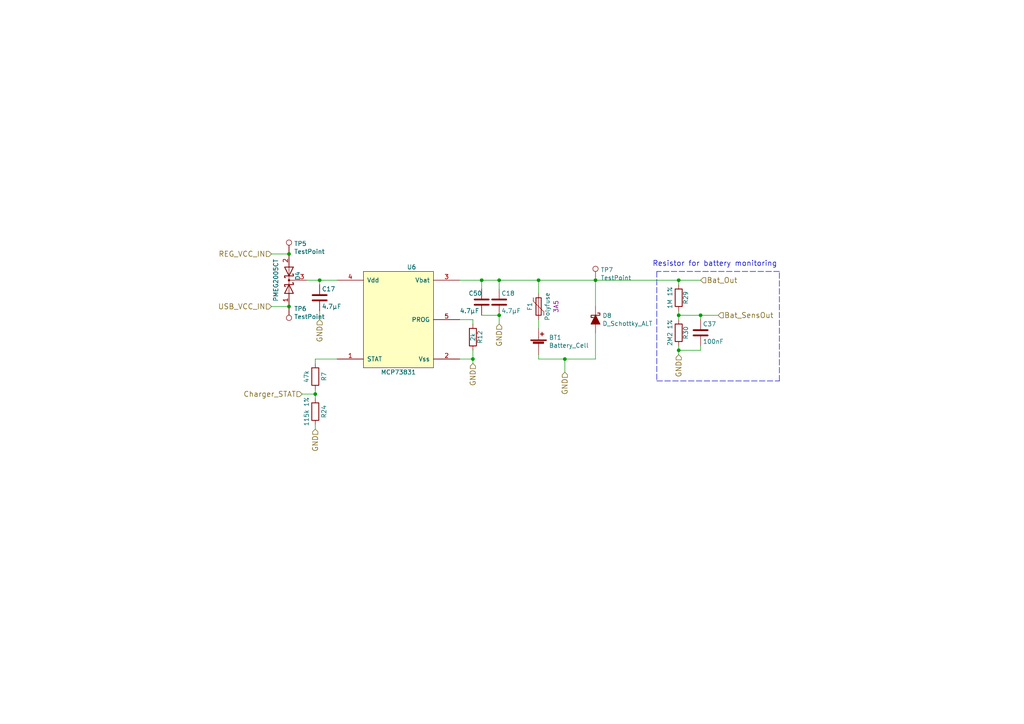
<source format=kicad_sch>
(kicad_sch (version 20231120) (generator "eeschema") (generator_version "8.0")
  (paper "A4")
  (lib_symbols
    (symbol "Connector:TestPoint" (pin_numbers hide) (pin_names (offset 0.762) hide)
      (property "Reference" "TP" (at 0 6.858 0))
      (property "Value" "TestPoint" (at 0 5.08 0))
      (symbol "TestPoint_0_1"
        (circle (center 0 3.302) (radius 0.762))
      )
      (symbol "TestPoint_1_1"
        (pin passive line (at 0 0 90) (length 2.54) (name "1") (number "1"))
      )
    )
    (symbol "Device:Battery_Cell" (pin_numbers hide) (pin_names (offset 0) hide)
      (property "Reference" "BT" (at 2.54 2.54 0))
      (property "Value" "Battery_Cell" (at 2.54 0 0))
      (symbol "Battery_Cell_0_1"
        (rectangle (start -2.286 1.778) (end 2.286 1.524) (fill (type outline)))
        (rectangle (start -1.5748 1.1938) (end 1.4732 0.6858) (fill (type outline)))
        (polyline (pts (xy 0 0.762) (xy 0 0)))
        (polyline (pts (xy 0 1.778) (xy 0 2.54)))
        (polyline (pts (xy 0.508 3.429) (xy 1.524 3.429)) (stroke (width 0.254)))
        (polyline (pts (xy 1.016 3.937) (xy 1.016 2.921)) (stroke (width 0.254)))
      )
      (symbol "Battery_Cell_1_1"
        (pin passive line (at 0 5.08 270) (length 2.54) (name "+") (number "1"))
        (pin passive line (at 0 -2.54 90) (length 2.54) (name "-") (number "2"))
      )
    )
    (symbol "Device:C" (pin_numbers hide) (pin_names (offset 0.254))
      (property "Reference" "C" (at 0.635 2.54 0))
      (property "Value" "C" (at 0.635 -2.54 0))
      (symbol "C_0_1"
        (polyline (pts (xy -2.032 -0.762) (xy 2.032 -0.762)) (stroke (width 0.508)))
        (polyline (pts (xy -2.032 0.762) (xy 2.032 0.762)) (stroke (width 0.508)))
      )
      (symbol "C_1_1"
        (pin passive line (at 0 3.81 270) (length 2.794) (name "~") (number "1"))
        (pin passive line (at 0 -3.81 90) (length 2.794) (name "~") (number "2"))
      )
    )
    (symbol "Device:Polyfuse" (pin_numbers hide) (pin_names (offset 0))
      (property "Reference" "F" (at -2.54 0 90))
      (property "Value" "Polyfuse" (at 2.54 0 90))
      (symbol "Polyfuse_0_1"
        (rectangle (start -0.762 2.54) (end 0.762 -2.54) (stroke (width 0.254)))
        (polyline (pts (xy 0 2.54) (xy 0 -2.54)))
        (polyline (pts (xy -1.524 2.54) (xy -1.524 1.524) (xy 1.524 -1.524) (xy 1.524 -2.54)))
      )
      (symbol "Polyfuse_1_1"
        (pin passive line (at 0 3.81 270) (length 1.27) (name "~") (number "1"))
        (pin passive line (at 0 -3.81 90) (length 1.27) (name "~") (number "2"))
      )
    )
    (symbol "Device:R" (pin_numbers hide) (pin_names (offset 0))
      (property "Reference" "R" (at 2.032 0 90))
      (property "Value" "R" (at 0 0 90))
      (symbol "R_0_1"
        (rectangle (start -1.016 -2.54) (end 1.016 2.54) (stroke (width 0.254)))
      )
      (symbol "R_1_1"
        (pin passive line (at 0 3.81 270) (length 1.27) (name "~") (number "1"))
        (pin passive line (at 0 -3.81 90) (length 1.27) (name "~") (number "2"))
      )
    )
    (symbol "RadIIS_Mainboard-rescue:D_Schottky_ALT-Device" (pin_numbers hide) (pin_names (offset 1.016) hide)
      (property "Reference" "D" (at 0 2.54 0))
      (property "Value" "D_Schottky_ALT-Device" (at 0 -2.54 0))
      (symbol "D_Schottky_ALT-Device_0_1"
        (polyline (pts (xy 1.27 0) (xy -1.27 0)))
        (polyline (pts (xy 1.27 1.27) (xy 1.27 -1.27) (xy -1.27 0) (xy 1.27 1.27)) (stroke (width 0.254)) (fill (type outline)))
        (polyline (pts (xy -1.905 0.635) (xy -1.905 1.27) (xy -1.27 1.27) (xy -1.27 -1.27) (xy -0.635 -1.27) (xy -0.635 -0.635)) (stroke (width 0.254)))
      )
      (symbol "D_Schottky_ALT-Device_1_1"
        (pin passive line (at -3.81 0 0) (length 2.54) (name "K") (number "1"))
        (pin passive line (at 3.81 0 180) (length 2.54) (name "A") (number "2"))
      )
    )
    (symbol "RadIIS_Mainboard-rescue:D_Schottky_x2_KCom_AAK-Device" (pin_names (offset 0.762) hide)
      (property "Reference" "D" (at 1.27 -2.54 0))
      (property "Value" "D_Schottky_x2_KCom_AAK-Device" (at 0 2.54 0))
      (symbol "D_Schottky_x2_KCom_AAK-Device_0_1"
        (polyline (pts (xy -3.81 0) (xy 3.81 0)))
        (polyline (pts (xy 0 0) (xy 0 -2.54)))
        (polyline (pts (xy -1.27 -1.27) (xy -1.27 1.27) (xy -1.27 1.27)) (stroke (width 0.254)))
        (polyline (pts (xy 1.27 -1.27) (xy 1.27 1.27) (xy 1.27 1.27)) (stroke (width 0.254)))
        (polyline (pts (xy -1.27 -1.27) (xy -0.762 -1.27) (xy -0.762 -1.016) (xy -0.762 -1.016)) (stroke (width 0.254)))
        (polyline (pts (xy 1.27 -1.27) (xy 1.778 -1.27) (xy 1.778 -1.016) (xy 1.778 -1.016)) (stroke (width 0.254)))
        (polyline (pts (xy 1.27 1.27) (xy 0.762 1.27) (xy 0.762 1.016) (xy 0.762 1.016)) (stroke (width 0.254)))
        (polyline (pts (xy -1.778 1.016) (xy -1.778 1.27) (xy -1.27 1.27) (xy -1.27 1.27) (xy -1.27 1.27)) (stroke (width 0.254)))
        (polyline (pts (xy -3.81 1.27) (xy -1.27 0) (xy -3.81 -1.27) (xy -3.81 1.27) (xy -3.81 1.27) (xy -3.81 1.27)) (stroke (width 0.254)))
        (polyline (pts (xy 3.81 -1.27) (xy 1.27 0) (xy 3.81 1.27) (xy 3.81 -1.27) (xy 3.81 -1.27) (xy 3.81 -1.27)) (stroke (width 0.254)))
        (circle (center 0 0) (radius 0.254) (fill (type outline)))
        (pin passive line (at -7.62 0 0) (length 3.81) (name "A") (number "1"))
        (pin passive line (at 7.62 0 180) (length 3.81) (name "A") (number "2"))
        (pin passive line (at 0 -5.08 90) (length 2.54) (name "K") (number "3"))
      )
    )
    (symbol "RadIIS_Mainboard:MCP73831" (pin_names (offset 1.016))
      (property "Reference" "U" (at 3.81 15.24 0))
      (property "Value" "MCP73831" (at 0 -15.24 0))
      (property "Datasheet" "http://ww1.microchip.com/downloads/en/DeviceDoc/20001984g.pdf" (at 0 0 0))
      (symbol "MCP73831_0_1"
        (rectangle (start -10.16 -13.97) (end 10.16 13.97) (fill (type background)))
      )
      (symbol "MCP73831_1_1"
        (pin output line (at -17.78 -11.43 0) (length 7.62) (name "STAT") (number "1"))
        (pin output line (at 17.78 -11.43 180) (length 7.62) (name "Vss") (number "2"))
        (pin output line (at 17.78 11.43 180) (length 7.62) (name "Vbat") (number "3"))
        (pin input line (at -17.78 11.43 0) (length 7.62) (name "Vdd") (number "4"))
        (pin output line (at 17.78 0 180) (length 7.62) (name "PROG") (number "5"))
      )
    )
  )
  (junction (at 139.7 81.28))
  (junction (at 163.83 104.14))
  (junction (at 91.44 114.3))
  (junction (at 156.21 81.28))
  (junction (at 83.82 73.66))
  (junction (at 196.85 91.44))
  (junction (at 144.78 81.28))
  (junction (at 203.2 91.44))
  (junction (at 92.71 81.28))
  (junction (at 196.85 81.28))
  (junction (at 137.16 104.14))
  (junction (at 196.85 101.6))
  (junction (at 83.82 88.9))
  (junction (at 144.78 91.44))
  (junction (at 172.72 81.28))
  (wire (pts (xy 91.44 123.19) (xy 91.44 124.46)))
  (wire (pts (xy 196.85 81.28) (xy 203.2 81.28)))
  (wire (pts (xy 139.7 83.82) (xy 139.7 81.28)))
  (wire (pts (xy 92.71 82.55) (xy 92.71 81.28)))
  (wire (pts (xy 137.16 93.98) (xy 137.16 92.71)))
  (wire (pts (xy 83.82 88.9) (xy 78.74 88.9)))
  (wire (pts (xy 163.83 104.14) (xy 163.83 107.95)))
  (wire (pts (xy 172.72 81.28) (xy 196.85 81.28)))
  (polyline (pts (xy 190.5 110.49) (xy 226.06 110.49)) (stroke (width 0) (type dash)))
  (wire (pts (xy 78.74 73.66) (xy 83.82 73.66)))
  (wire (pts (xy 137.16 104.14) (xy 133.35 104.14)))
  (wire (pts (xy 92.71 92.71) (xy 92.71 90.17)))
  (wire (pts (xy 133.35 81.28) (xy 139.7 81.28)))
  (wire (pts (xy 172.72 96.52) (xy 172.72 104.14)))
  (wire (pts (xy 91.44 104.14) (xy 91.44 105.41)))
  (wire (pts (xy 88.9 81.28) (xy 92.71 81.28)))
  (wire (pts (xy 196.85 101.6) (xy 196.85 102.87)))
  (wire (pts (xy 196.85 91.44) (xy 196.85 92.71)))
  (wire (pts (xy 156.21 95.25) (xy 156.21 92.71)))
  (polyline (pts (xy 226.06 78.74) (xy 190.5 78.74)) (stroke (width 0) (type dash)))
  (wire (pts (xy 163.83 104.14) (xy 172.72 104.14)))
  (wire (pts (xy 196.85 90.17) (xy 196.85 91.44)))
  (polyline (pts (xy 226.06 110.49) (xy 226.06 78.74)) (stroke (width 0) (type dash)))
  (wire (pts (xy 139.7 91.44) (xy 144.78 91.44)))
  (wire (pts (xy 139.7 81.28) (xy 144.78 81.28)))
  (wire (pts (xy 144.78 91.44) (xy 144.78 93.98)))
  (wire (pts (xy 144.78 81.28) (xy 156.21 81.28)))
  (wire (pts (xy 91.44 114.3) (xy 91.44 115.57)))
  (wire (pts (xy 156.21 81.28) (xy 172.72 81.28)))
  (wire (pts (xy 196.85 100.33) (xy 196.85 101.6)))
  (wire (pts (xy 92.71 81.28) (xy 97.79 81.28)))
  (wire (pts (xy 156.21 102.87) (xy 156.21 104.14)))
  (polyline (pts (xy 190.5 78.74) (xy 190.5 110.49)) (stroke (width 0) (type dash)))
  (wire (pts (xy 203.2 91.44) (xy 208.28 91.44)))
  (wire (pts (xy 156.21 104.14) (xy 163.83 104.14)))
  (wire (pts (xy 172.72 88.9) (xy 172.72 81.28)))
  (wire (pts (xy 203.2 92.71) (xy 203.2 91.44)))
  (wire (pts (xy 137.16 92.71) (xy 133.35 92.71)))
  (wire (pts (xy 203.2 101.6) (xy 196.85 101.6)))
  (wire (pts (xy 144.78 83.82) (xy 144.78 81.28)))
  (wire (pts (xy 156.21 85.09) (xy 156.21 81.28)))
  (wire (pts (xy 137.16 101.6) (xy 137.16 104.14)))
  (wire (pts (xy 196.85 91.44) (xy 203.2 91.44)))
  (wire (pts (xy 91.44 113.03) (xy 91.44 114.3)))
  (wire (pts (xy 97.79 104.14) (xy 91.44 104.14)))
  (wire (pts (xy 137.16 104.14) (xy 137.16 105.41)))
  (wire (pts (xy 203.2 100.33) (xy 203.2 101.6)))
  (wire (pts (xy 91.44 114.3) (xy 87.63 114.3)))
  (wire (pts (xy 196.85 82.55) (xy 196.85 81.28)))
  (text "Resistor for battery monitoring" (at 189.23 77.47 0) (effects (font (size 1.524 1.524)) (justify left bottom)))
  (hierarchical_label "GND" (shape input) (at 163.83 107.95 270) (effects (font (size 1.524 1.524))))
  (hierarchical_label "Charger_STAT" (shape input) (at 87.63 114.3 180) (effects (font (size 1.524 1.524))))
  (hierarchical_label "USB_VCC_IN" (shape input) (at 78.74 88.9 180) (effects (font (size 1.524 1.524))))
  (hierarchical_label "REG_VCC_IN" (shape input) (at 78.74 73.66 180) (effects (font (size 1.524 1.524))))
  (hierarchical_label "GND" (shape input) (at 196.85 102.87 270) (effects (font (size 1.524 1.524))))
  (hierarchical_label "GND" (shape input) (at 91.44 124.46 270) (effects (font (size 1.524 1.524))))
  (hierarchical_label "Bat_Out" (shape input) (at 203.2 81.28 0) (effects (font (size 1.524 1.524))))
  (hierarchical_label "Bat_SensOut" (shape input) (at 208.28 91.44 0) (effects (font (size 1.524 1.524))))
  (hierarchical_label "GND" (shape input) (at 92.71 92.71 270) (effects (font (size 1.524 1.524))))
  (hierarchical_label "GND" (shape input) (at 144.78 93.98 270) (effects (font (size 1.524 1.524))))
  (hierarchical_label "GND" (shape input) (at 137.16 105.41 270) (effects (font (size 1.524 1.524))))
  (symbol (lib_id "Device:C") (at 92.71 86.36 0) (unit 1)
    (property "Reference" "C17" (at 93.345 83.82 0) (effects (justify left)))
    (property "Value" "4.7µF" (at 93.345 88.9 0) (effects (justify left)))
    (property "Footprint" "Capacitor_SMD:C_0805_2012Metric" (effects (hide yes)))
    (property "Digikey Nr" "1276-1065-1-ND" (effects (hide yes)))
    (property "Digikey Price" "0.15" (effects (hide yes)))
  )
  (symbol (lib_id "Device:R") (at 137.16 97.79 0) (unit 1)
    (property "Reference" "R12" (at 139.192 97.79 90))
    (property "Value" "2k" (at 137.16 97.79 90))
    (property "Footprint" "Resistor_SMD:R_0603_1608Metric" (effects (hide yes)))
    (property "Digikey Nr" "311-2.00KHRCT-ND" (effects (hide yes)))
    (property "Digikey Price" "0.09" (effects (hide yes)))
  )
  (symbol (lib_id "Device:C") (at 144.78 87.63 0) (unit 1)
    (property "Reference" "C18" (at 145.415 85.09 0) (effects (justify left)))
    (property "Value" "4.7µF" (at 145.415 90.17 0) (effects (justify left)))
    (property "Footprint" "Capacitor_SMD:C_0805_2012Metric" (effects (hide yes)))
    (property "Digikey Nr" "1276-1065-1-ND" (effects (hide yes)))
    (property "Digikey Price" "0.15" (effects (hide yes)))
  )
  (symbol (lib_id "RadIIS_Mainboard-rescue:D_Schottky_x2_KCom_AAK-Device") (at 83.82 81.28 90) (unit 1)
    (property "Reference" "D4" (at 86.36 80.01 0))
    (property "Value" "PMEG2005CT" (at 80.01 81.28 0))
    (property "Footprint" "Package_TO_SOT_SMD:SOT-23" (effects (hide yes)))
    (property "Datasheet" "https://assets.nexperia.com/documents/data-sheet/PMEG2005CT.pdf" (effects (hide yes)))
    (property "Digikey Nr" "1727-5188-1-ND" (effects (hide yes)))
    (property "Digikey Price" "0.41" (effects (hide yes)))
  )
  (symbol (lib_id "Device:Battery_Cell") (at 156.21 100.33 0) (unit 1)
    (property "Reference" "BT1" (at 159.2072 97.8916 0) (effects (justify left)))
    (property "Value" "Battery_Cell" (at 159.2072 100.203 0) (effects (justify left)))
    (property "Footprint" "Connector_PinHeader_2.54mm:PinHeader_1x02_P2.54mm_Vertical" (effects (hide yes)))
    (property "Digikey Nr" "NA" (effects (hide yes)))
  )
  (symbol (lib_id "Device:R") (at 196.85 86.36 0) (unit 1)
    (property "Reference" "R29" (at 198.882 86.36 90))
    (property "Value" "1M 1%" (at 194.31 86.36 90))
    (property "Footprint" "Resistor_SMD:R_0603_1608Metric" (effects (hide yes)))
    (property "Digikey Nr" "311-1.00MHRCT-ND" (effects (hide yes)))
    (property "Digikey Price" "0.09" (effects (hide yes)))
  )
  (symbol (lib_id "Device:R") (at 196.85 96.52 0) (unit 1)
    (property "Reference" "R30" (at 198.882 96.52 90))
    (property "Value" "2M2 1%" (at 194.31 96.52 90))
    (property "Footprint" "Resistor_SMD:R_0603_1608Metric" (effects (hide yes)))
    (property "Digikey Nr" "YAG3329CT-ND" (effects (hide yes)))
    (property "Digikey Price" "0.09" (effects (hide yes)))
  )
  (symbol (lib_id "Device:C") (at 203.2 96.52 0) (unit 1)
    (property "Reference" "C37" (at 203.835 93.98 0) (effects (justify left)))
    (property "Value" "100nF" (at 203.835 99.06 0) (effects (justify left)))
    (property "Footprint" "Capacitor_SMD:C_0603_1608Metric" (effects (hide yes)))
    (property "Digikey Nr" "1276-1000-1-ND " (effects (hide yes)))
    (property "Digikey Price" "0.09" (effects (hide yes)))
  )
  (symbol (lib_id "RadIIS_Mainboard:MCP73831") (at 115.57 92.71 0) (unit 1)
    (property "Reference" "U6" (at 119.38 77.47 0))
    (property "Value" "MCP73831" (at 115.57 107.95 0))
    (property "Footprint" "Package_TO_SOT_SMD:SOT-23-5" (effects (hide yes)))
    (property "Datasheet" "http://ww1.microchip.com/downloads/en/DeviceDoc/20001984g.pdf" (effects (hide yes)))
    (property "Digikey Nr" "MCP73831T-2ACI/OTCT-ND" (effects (hide yes)))
    (property "Digikey Price" "0.52" (effects (hide yes)))
  )
  (symbol (lib_id "Device:Polyfuse") (at 156.21 88.9 0) (unit 1)
    (property "Reference" "F1" (at 153.67 88.9 90))
    (property "Value" "Polyfuse" (at 158.75 88.9 90))
    (property "Footprint" "Fuse:Fuse_1206_3216Metric" (effects (hide yes)))
    (property "Datasheet" "https://www.bourns.com/docs/Product-Datasheets/mfnsml.pdf" (effects (hide yes)))
    (property "Digikey Nr" "MF-NSML175-2CT-ND" (effects (hide yes)))
    (property "Digikey Price" "0.85" (effects (hide yes)))
    (property "Trip" "3A5" (at 161.29 88.9 90))
  )
  (symbol (lib_id "RadIIS_Mainboard-rescue:D_Schottky_ALT-Device") (at 172.72 92.71 270) (unit 1)
    (property "Reference" "D8" (at 174.7266 91.5416 90) (effects (justify left)))
    (property "Value" "D_Schottky_ALT" (at 174.7266 93.853 90) (effects (justify left)))
    (property "Footprint" "Diode_SMD:D_SOD-123F" (effects (hide yes)))
    (property "Datasheet" "https://www.onsemi.com/pub/Collateral/MBR230LSFT1-D.PDF" (effects (hide yes)))
    (property "Digikey Nr" "MBR230LSFT1GOSCT-ND" (effects (hide yes)))
    (property "Digikey Price" "0.39" (effects (hide yes)))
  )
  (symbol (lib_id "Device:C") (at 139.7 87.63 0) (unit 1)
    (property "Reference" "C50" (at 135.89 85.09 0) (effects (justify left)))
    (property "Value" "4.7µF" (at 133.35 90.17 0) (effects (justify left)))
    (property "Footprint" "Capacitor_SMD:C_0805_2012Metric" (effects (hide yes)))
    (property "Digikey Nr" "1276-1065-1-ND" (effects (hide yes)))
    (property "Digikey Price" "0.15" (effects (hide yes)))
  )
  (symbol (lib_id "Device:R") (at 91.44 119.38 0) (unit 1)
    (property "Reference" "R24" (at 93.98 119.38 90))
    (property "Value" "115k 1%" (at 88.9 119.38 90))
    (property "Footprint" "Resistor_SMD:R_0603_1608Metric" (effects (hide yes)))
    (property "Digikey Nr" "311-115KHRCT-ND" (effects (hide yes)))
    (property "Digikey Price" "0.09" (effects (hide yes)))
  )
  (symbol (lib_id "Device:R") (at 91.44 109.22 180) (unit 1)
    (property "Reference" "R7" (at 93.98 109.22 90))
    (property "Value" "47k" (at 88.9 109.22 90))
    (property "Footprint" "Resistor_SMD:R_0603_1608Metric" (effects (hide yes)))
    (property "Digikey Nr" "311-47.0KHRCT-ND" (effects (hide yes)))
    (property "Digikey Price" "0.09" (effects (hide yes)))
  )
  (symbol (lib_id "Connector:TestPoint") (at 172.72 81.28 0) (unit 1)
    (property "Reference" "TP7" (at 174.1932 78.2828 0) (effects (justify left)))
    (property "Value" "TestPoint" (at 174.1932 80.5942 0) (effects (justify left)))
    (property "Footprint" "TestPoint:TestPoint_Pad_D1.5mm" (effects (hide yes)))
  )
  (symbol (lib_id "Connector:TestPoint") (at 83.82 73.66 0) (unit 1)
    (property "Reference" "TP5" (at 85.2932 70.6628 0) (effects (justify left)))
    (property "Value" "TestPoint" (at 85.2932 72.9742 0) (effects (justify left)))
    (property "Footprint" "TestPoint:TestPoint_Pad_D1.5mm" (effects (hide yes)))
  )
  (symbol (lib_id "Connector:TestPoint") (at 83.82 88.9 180) (unit 1)
    (property "Reference" "TP6" (at 85.2932 89.5604 0) (effects (justify right)))
    (property "Value" "TestPoint" (at 85.2932 91.8718 0) (effects (justify right)))
    (property "Footprint" "TestPoint:TestPoint_Pad_D1.5mm" (effects (hide yes)))
  )
)
</source>
